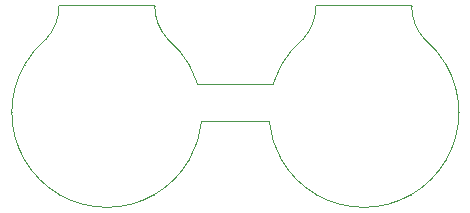
<source format=gko>
%FSDAX66Y66*%
%MOMM*%
%SFA1B1*%

%IPPOS*%
%ADD16C,0.100000*%
%LNpcb1-1*%
%LPD*%
G54D16*
X-000078398192Y-000076899795D02*
D01*
D01*
G75*
G03X-000074372978Y-000077978381I4025449J6972402D01*
G74*G01*
D01*
D01*
G75*
G03X-000070347789Y-000076899795I85J8049753D01*
G74*G01*
D01*
D01*
G75*
G03X-000067401186Y-000073953192I-4025199J6971799D01*
G74*G01*
D01*
D01*
G75*
G03X-000066357398Y-000070675576I-6972442J4025483D01*
G74*G01*
X-000060637775D02*
D01*
D01*
G75*
G03X-000059593988Y-000073953192I8014912J747460D01*
G74*G01*
D01*
D01*
G75*
G03X-000056647384Y-000076899795I6971799J4025199D01*
G74*G01*
D01*
D01*
G75*
G03X-000052622196Y-000077978381I4025449J6972402D01*
G74*G01*
D01*
D01*
G75*
G03X-000048596981Y-000076899795I85J8049753D01*
G74*G01*
D01*
D01*
G75*
G03X-000045650378Y-000073953192I-4025199J6971799D01*
G74*G01*
D01*
D01*
G75*
G03X-000044571793Y-000069927978I-6972402J4025449D01*
G74*G01*
D01*
D01*
G75*
G03X-000045650378Y-000065902789I-8049753J85D01*
G74*G01*
D01*
D01*
G75*
G03X-000047479077Y-000063734696I-6972146J-4025443D01*
G74*G01*
X-000048571785Y-000060927996D02*
D01*
D01*
G75*
G03X-000047479077Y-000063734696I4151060J30D01*
G74*G01*
X-000048571785Y-000060927996D02*
D01*
D01*
G75*
G03X-000048622178Y-000060877577I-50399J0D01*
G74*G01*
X-000056622188D02*
D01*
D01*
G75*
G03X-000056672581Y-000060927996I0J-50399D01*
G74*G01*
X-000057765289Y-000063734696D02*
D01*
D01*
G75*
G03X-000056672581Y-000060927996I-3058061J2806613D01*
G74*G01*
X-000057765289Y-000063734696D02*
D01*
D01*
G75*
G03X-000059593988Y-000065902789I5142802J-6192999D01*
G74*G01*
D01*
D01*
G75*
G03X-000060318294Y-000067566082I6973093J-4025852D01*
G74*G01*
D01*
D01*
G75*
G03X-000060320097Y-000067574693I43789J-13653D01*
G74*G01*
X-000066672891Y-000067579189D02*
D01*
D01*
G75*
G03X-000067401186Y-000065902789I-7699327J-2348515D01*
G74*G01*
D01*
D01*
G75*
G03X-000069229884Y-000063734696I-6972146J-4025443D01*
G74*G01*
X-000070322592Y-000060927996D02*
D01*
D01*
G75*
G03X-000069229884Y-000063734696I4151060J30D01*
G74*G01*
X-000070322592Y-000060927996D02*
D01*
D01*
G75*
G03X-000070372986Y-000060877577I-50399J0D01*
G74*G01*
X-000078372995D02*
D01*
D01*
G75*
G03X-000078423389Y-000060927996I0J-50399D01*
G74*G01*
X-000079516097Y-000063734696D02*
D01*
D01*
G75*
G03X-000078423389Y-000060927996I-3058061J2806613D01*
G74*G01*
X-000079516097Y-000063734696D02*
D01*
D01*
G75*
G03X-000081344795Y-000065902789I5142802J-6192999D01*
G74*G01*
D01*
D01*
G75*
G03X-000082423381Y-000069927978I6972402J-4025449D01*
G74*G01*
D01*
D01*
G75*
G03X-000081344795Y-000073953192I8049753J-85D01*
G74*G01*
D01*
D01*
G75*
G03X-000078398192Y-000076899795I6971799J4025199D01*
G74*G01*
X-000070347789D02*
D01*
X-000067401186Y-000073953192D02*
D01*
X-000066357398Y-000070675576D02*
X-000060637775D01*
X-000059593988Y-000073953192D02*
D01*
X-000056647384Y-000076899795D02*
D01*
X-000048596981D02*
D01*
X-000045650378Y-000073953192D02*
D01*
X-000047479077Y-000063734696D02*
D01*
X-000056622188Y-000060877577D02*
X-000048622178D01*
X-000057765289Y-000063734696D02*
D01*
X-000066672891Y-000067579189D02*
X-000060320097Y-000067574693D01*
X-000069229884Y-000063734696D02*
D01*
X-000078372995Y-000060877577D02*
X-000070372986D01*
X-000079516097Y-000063734696D02*
D01*
X-000081344795Y-000073953192D02*
D01*
M02*
</source>
